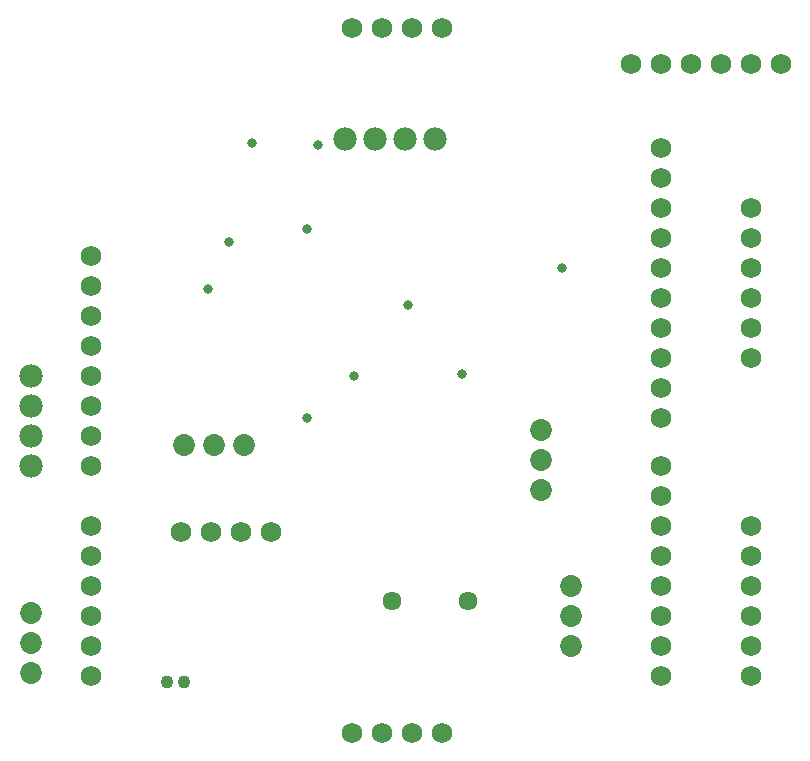
<source format=gbs>
G04*
G04 #@! TF.GenerationSoftware,Altium Limited,Altium Designer,24.3.1 (35)*
G04*
G04 Layer_Color=16711935*
%FSLAX44Y44*%
%MOMM*%
G71*
G04*
G04 #@! TF.SameCoordinates,5EED45F6-1682-4EC0-A4BB-04ECB5DEF22F*
G04*
G04*
G04 #@! TF.FilePolarity,Negative*
G04*
G01*
G75*
%ADD31C,1.8532*%
%ADD32C,1.7272*%
%ADD33C,1.9812*%
%ADD34C,1.6112*%
%ADD35C,1.1032*%
%ADD36C,0.8382*%
D31*
X464820Y243840D02*
D03*
Y218440D02*
D03*
Y193040D02*
D03*
X490220Y111760D02*
D03*
Y86360D02*
D03*
Y60960D02*
D03*
X213360Y231140D02*
D03*
X187960D02*
D03*
X162560D02*
D03*
X33020Y38100D02*
D03*
Y63500D02*
D03*
Y88900D02*
D03*
D32*
X566420Y254000D02*
D03*
Y279400D02*
D03*
Y304800D02*
D03*
Y330200D02*
D03*
Y355600D02*
D03*
Y381000D02*
D03*
Y406400D02*
D03*
Y431800D02*
D03*
Y457200D02*
D03*
Y482600D02*
D03*
X642620Y35560D02*
D03*
Y60960D02*
D03*
Y86360D02*
D03*
Y111760D02*
D03*
Y137160D02*
D03*
Y162560D02*
D03*
X160020Y157480D02*
D03*
X185420D02*
D03*
X210820D02*
D03*
X236220D02*
D03*
X381000Y-12700D02*
D03*
X355600D02*
D03*
X330200D02*
D03*
X304800D02*
D03*
Y584200D02*
D03*
X330200D02*
D03*
X355600D02*
D03*
X381000D02*
D03*
X541020Y553720D02*
D03*
X566420D02*
D03*
X591820D02*
D03*
X617220D02*
D03*
X642620D02*
D03*
X668020D02*
D03*
X83820Y35560D02*
D03*
Y60960D02*
D03*
Y86360D02*
D03*
Y111760D02*
D03*
Y137160D02*
D03*
Y162560D02*
D03*
Y213360D02*
D03*
Y238760D02*
D03*
Y264160D02*
D03*
Y289560D02*
D03*
Y314960D02*
D03*
Y340360D02*
D03*
Y365760D02*
D03*
Y391160D02*
D03*
X566420Y35560D02*
D03*
Y60960D02*
D03*
Y86360D02*
D03*
Y111760D02*
D03*
Y137160D02*
D03*
Y162560D02*
D03*
Y187960D02*
D03*
Y213360D02*
D03*
X642620Y431800D02*
D03*
Y406400D02*
D03*
Y381000D02*
D03*
Y355600D02*
D03*
Y330200D02*
D03*
Y304800D02*
D03*
D33*
X33020Y238760D02*
D03*
Y213360D02*
D03*
Y289560D02*
D03*
Y264160D02*
D03*
X323850Y490220D02*
D03*
X298450D02*
D03*
X374650D02*
D03*
X349250D02*
D03*
D34*
X338340Y99060D02*
D03*
X403340D02*
D03*
D35*
X148560Y30480D02*
D03*
X162560D02*
D03*
D36*
X351790Y349250D02*
D03*
X397510Y290830D02*
D03*
X306070Y289560D02*
D03*
X266700Y254000D02*
D03*
X482600Y381000D02*
D03*
X219710Y486410D02*
D03*
X275590Y485140D02*
D03*
X266700Y414020D02*
D03*
X200660Y402590D02*
D03*
X182880Y363220D02*
D03*
M02*

</source>
